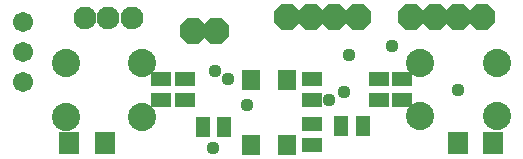
<source format=gbr>
G04 EAGLE Gerber X2 export*
G04 #@! %TF.Part,Single*
G04 #@! %TF.FileFunction,Soldermask,Top,1*
G04 #@! %TF.FilePolarity,Negative*
G04 #@! %TF.GenerationSoftware,Autodesk,EAGLE,8.6.0*
G04 #@! %TF.CreationDate,2018-03-03T07:27:46Z*
G75*
%MOMM*%
%FSLAX34Y34*%
%LPD*%
%AMOC8*
5,1,8,0,0,1.08239X$1,22.5*%
G01*
%ADD10P,2.364373X8X202.500000*%
%ADD11P,2.364373X8X22.500000*%
%ADD12R,1.708000X1.308000*%
%ADD13C,2.387600*%
%ADD14R,1.308000X1.708000*%
%ADD15R,1.708000X1.908000*%
%ADD16R,1.508000X1.808000*%
%ADD17C,1.930400*%
%ADD18C,1.708000*%
%ADD19C,1.112000*%


D10*
X429900Y151400D03*
X409900Y151400D03*
X389900Y151400D03*
X369900Y151400D03*
X324800Y151200D03*
X304800Y151200D03*
X284800Y151200D03*
X264800Y151200D03*
D11*
X185200Y140000D03*
X205200Y140000D03*
D12*
X178600Y99100D03*
X178600Y81100D03*
X158500Y99000D03*
X158500Y81000D03*
D13*
X142512Y67294D03*
X77488Y67294D03*
X142512Y112506D03*
X77488Y112506D03*
D12*
X286100Y43300D03*
X286100Y61300D03*
X285900Y98900D03*
X285900Y80900D03*
X343100Y80900D03*
X343100Y98900D03*
X362600Y80900D03*
X362600Y98900D03*
D13*
X377488Y112606D03*
X442512Y112606D03*
X377488Y67394D03*
X442512Y67394D03*
D14*
X193500Y58800D03*
X211500Y58800D03*
D15*
X110700Y44900D03*
X80700Y44900D03*
D14*
X329000Y59500D03*
X311000Y59500D03*
D15*
X409300Y45000D03*
X439300Y45000D03*
D16*
X264600Y98600D03*
X234600Y98600D03*
X234600Y43600D03*
X264600Y43600D03*
D17*
X133500Y150800D03*
X113500Y150800D03*
X93500Y150800D03*
D18*
X41000Y122000D03*
X41000Y96600D03*
X41000Y147400D03*
D19*
X231000Y77000D03*
X317000Y119000D03*
X313000Y88000D03*
X354000Y126900D03*
X203900Y106100D03*
X410100Y89500D03*
X300500Y81000D03*
X214700Y98900D03*
X202400Y40300D03*
M02*

</source>
